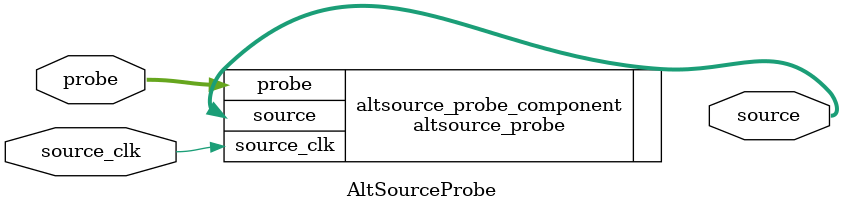
<source format=v>
module AltSourceProbe (probe, source_clk, source);

    parameter INSTANCE_ID = "";
    parameter SOURCE_WIDTH = 0;
    parameter SOURCE_INITIAL_VALUE = " ";
    parameter PROBE_WIDTH = 0;

    input  [ PROBE_WIDTH-1:0] probe;
    input                     source_clk;
    output [SOURCE_WIDTH-1:0] source;
    
    altsource_probe altsource_probe_component (
        .probe (probe),
        .source_clk (source_clk),
        .source (source)
        // synopsys translate_off
        ,
        .clrn (),
        .ena (),
        .ir_in (),
        .ir_out (),
        .jtag_state_cdr (),
        .jtag_state_cir (),
        .jtag_state_e1dr (),
        .jtag_state_sdr (),
        .jtag_state_tlr (),
        .jtag_state_udr (),
        .jtag_state_uir (),
        .raw_tck (),
        .source_ena (),
        .tdi (),
        .tdo (),
        .usr1 ()
        // synopsys translate_on
        );
    defparam
        altsource_probe_component.enable_metastability = "YES",
        altsource_probe_component.instance_id = INSTANCE_ID,
        altsource_probe_component.probe_width = PROBE_WIDTH,
        altsource_probe_component.sld_auto_instance_index = "YES",
        altsource_probe_component.sld_instance_index = 0,
        altsource_probe_component.source_initial_value = SOURCE_INITIAL_VALUE,
        altsource_probe_component.source_width = SOURCE_WIDTH;

endmodule

</source>
